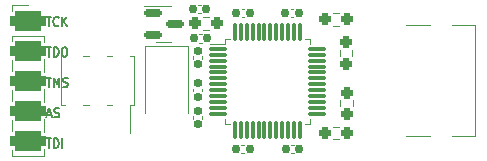
<source format=gto>
G04 #@! TF.GenerationSoftware,KiCad,Pcbnew,(6.0.11-0)*
G04 #@! TF.CreationDate,2023-02-20T23:18:05+08:00*
G04 #@! TF.ProjectId,ublaster_jtag,75626c61-7374-4657-925f-6a7461672e6b,rev?*
G04 #@! TF.SameCoordinates,Original*
G04 #@! TF.FileFunction,Legend,Top*
G04 #@! TF.FilePolarity,Positive*
%FSLAX46Y46*%
G04 Gerber Fmt 4.6, Leading zero omitted, Abs format (unit mm)*
G04 Created by KiCad (PCBNEW (6.0.11-0)) date 2023-02-20 23:18:05*
%MOMM*%
%LPD*%
G01*
G04 APERTURE LIST*
G04 Aperture macros list*
%AMRoundRect*
0 Rectangle with rounded corners*
0 $1 Rounding radius*
0 $2 $3 $4 $5 $6 $7 $8 $9 X,Y pos of 4 corners*
0 Add a 4 corners polygon primitive as box body*
4,1,4,$2,$3,$4,$5,$6,$7,$8,$9,$2,$3,0*
0 Add four circle primitives for the rounded corners*
1,1,$1+$1,$2,$3*
1,1,$1+$1,$4,$5*
1,1,$1+$1,$6,$7*
1,1,$1+$1,$8,$9*
0 Add four rect primitives between the rounded corners*
20,1,$1+$1,$2,$3,$4,$5,0*
20,1,$1+$1,$4,$5,$6,$7,0*
20,1,$1+$1,$6,$7,$8,$9,0*
20,1,$1+$1,$8,$9,$2,$3,0*%
G04 Aperture macros list end*
%ADD10C,0.150000*%
%ADD11C,0.120000*%
%ADD12RoundRect,0.155000X-0.212500X-0.155000X0.212500X-0.155000X0.212500X0.155000X-0.212500X0.155000X0*%
%ADD13RoundRect,0.155000X0.212500X0.155000X-0.212500X0.155000X-0.212500X-0.155000X0.212500X-0.155000X0*%
%ADD14RoundRect,0.237500X-0.250000X-0.237500X0.250000X-0.237500X0.250000X0.237500X-0.250000X0.237500X0*%
%ADD15RoundRect,0.155000X-0.155000X0.212500X-0.155000X-0.212500X0.155000X-0.212500X0.155000X0.212500X0*%
%ADD16C,0.650000*%
%ADD17R,1.450000X0.600000*%
%ADD18R,2.000000X0.300000*%
%ADD19R,2.000000X0.600000*%
%ADD20O,2.100000X1.000000*%
%ADD21O,1.600000X1.000000*%
%ADD22R,2.400000X2.000000*%
%ADD23RoundRect,0.155000X0.155000X-0.212500X0.155000X0.212500X-0.155000X0.212500X-0.155000X-0.212500X0*%
%ADD24RoundRect,0.075000X-0.075000X-0.662500X0.075000X-0.662500X0.075000X0.662500X-0.075000X0.662500X0*%
%ADD25RoundRect,0.075000X-0.662500X-0.075000X0.662500X-0.075000X0.662500X0.075000X-0.662500X0.075000X0*%
%ADD26RoundRect,0.237500X0.237500X-0.250000X0.237500X0.250000X-0.237500X0.250000X-0.237500X-0.250000X0*%
%ADD27RoundRect,0.237500X0.250000X0.237500X-0.250000X0.237500X-0.250000X-0.237500X0.250000X-0.237500X0*%
%ADD28RoundRect,0.425000X-1.075000X-0.425000X1.075000X-0.425000X1.075000X0.425000X-1.075000X0.425000X0*%
%ADD29RoundRect,0.237500X-0.237500X0.250000X-0.237500X-0.250000X0.237500X-0.250000X0.237500X0.250000X0*%
%ADD30RoundRect,0.150000X-0.587500X-0.150000X0.587500X-0.150000X0.587500X0.150000X-0.587500X0.150000X0*%
%ADD31R,1.000000X2.750000*%
G04 APERTURE END LIST*
D10*
X12433433Y-4493704D02*
X12839833Y-4493704D01*
X12636633Y-5293704D02*
X12636633Y-4493704D01*
X13483300Y-5217514D02*
X13449433Y-5255609D01*
X13347833Y-5293704D01*
X13280100Y-5293704D01*
X13178500Y-5255609D01*
X13110766Y-5179419D01*
X13076900Y-5103228D01*
X13043033Y-4950847D01*
X13043033Y-4836561D01*
X13076900Y-4684180D01*
X13110766Y-4607990D01*
X13178500Y-4531800D01*
X13280100Y-4493704D01*
X13347833Y-4493704D01*
X13449433Y-4531800D01*
X13483300Y-4569895D01*
X13788100Y-5293704D02*
X13788100Y-4493704D01*
X14194500Y-5293704D02*
X13889700Y-4836561D01*
X14194500Y-4493704D02*
X13788100Y-4950847D01*
X12433433Y-7069704D02*
X12839833Y-7069704D01*
X12636633Y-7869704D02*
X12636633Y-7069704D01*
X13076900Y-7869704D02*
X13076900Y-7069704D01*
X13246233Y-7069704D01*
X13347833Y-7107800D01*
X13415566Y-7183990D01*
X13449433Y-7260180D01*
X13483300Y-7412561D01*
X13483300Y-7526847D01*
X13449433Y-7679228D01*
X13415566Y-7755419D01*
X13347833Y-7831609D01*
X13246233Y-7869704D01*
X13076900Y-7869704D01*
X13923566Y-7069704D02*
X14059033Y-7069704D01*
X14126766Y-7107800D01*
X14194500Y-7183990D01*
X14228366Y-7336371D01*
X14228366Y-7603038D01*
X14194500Y-7755419D01*
X14126766Y-7831609D01*
X14059033Y-7869704D01*
X13923566Y-7869704D01*
X13855833Y-7831609D01*
X13788100Y-7755419D01*
X13754233Y-7603038D01*
X13754233Y-7336371D01*
X13788100Y-7183990D01*
X13855833Y-7107800D01*
X13923566Y-7069704D01*
X12433433Y-9645704D02*
X12839833Y-9645704D01*
X12636633Y-10445704D02*
X12636633Y-9645704D01*
X13076900Y-10445704D02*
X13076900Y-9645704D01*
X13313966Y-10217133D01*
X13551033Y-9645704D01*
X13551033Y-10445704D01*
X13855833Y-10407609D02*
X13957433Y-10445704D01*
X14126766Y-10445704D01*
X14194500Y-10407609D01*
X14228366Y-10369514D01*
X14262233Y-10293323D01*
X14262233Y-10217133D01*
X14228366Y-10140942D01*
X14194500Y-10102847D01*
X14126766Y-10064752D01*
X13991300Y-10026657D01*
X13923566Y-9988561D01*
X13889700Y-9950466D01*
X13855833Y-9874276D01*
X13855833Y-9798085D01*
X13889700Y-9721895D01*
X13923566Y-9683800D01*
X13991300Y-9645704D01*
X14160633Y-9645704D01*
X14262233Y-9683800D01*
X12501166Y-12793133D02*
X12839833Y-12793133D01*
X12433433Y-13021704D02*
X12670500Y-12221704D01*
X12907566Y-13021704D01*
X13110766Y-12983609D02*
X13212366Y-13021704D01*
X13381700Y-13021704D01*
X13449433Y-12983609D01*
X13483300Y-12945514D01*
X13517166Y-12869323D01*
X13517166Y-12793133D01*
X13483300Y-12716942D01*
X13449433Y-12678847D01*
X13381700Y-12640752D01*
X13246233Y-12602657D01*
X13178500Y-12564561D01*
X13144633Y-12526466D01*
X13110766Y-12450276D01*
X13110766Y-12374085D01*
X13144633Y-12297895D01*
X13178500Y-12259800D01*
X13246233Y-12221704D01*
X13415566Y-12221704D01*
X13517166Y-12259800D01*
X12433433Y-14797704D02*
X12839833Y-14797704D01*
X12636633Y-15597704D02*
X12636633Y-14797704D01*
X13076900Y-15597704D02*
X13076900Y-14797704D01*
X13246233Y-14797704D01*
X13347833Y-14835800D01*
X13415566Y-14911990D01*
X13449433Y-14988180D01*
X13483300Y-15140561D01*
X13483300Y-15254847D01*
X13449433Y-15407228D01*
X13415566Y-15483419D01*
X13347833Y-15559609D01*
X13246233Y-15597704D01*
X13076900Y-15597704D01*
X13788100Y-15597704D02*
X13788100Y-14797704D01*
D11*
G04 #@! TO.C,C11*
X25360365Y-6684600D02*
X25592035Y-6684600D01*
X25360365Y-5964600D02*
X25592035Y-5964600D01*
G04 #@! TO.C,C51*
X33415235Y-15337200D02*
X33183565Y-15337200D01*
X33415235Y-16057200D02*
X33183565Y-16057200D01*
G04 #@! TO.C,R22*
X36702276Y-13828500D02*
X37211724Y-13828500D01*
X36702276Y-14873500D02*
X37211724Y-14873500D01*
G04 #@! TO.C,C49*
X25607600Y-10577565D02*
X25607600Y-10809235D01*
X24887600Y-10577565D02*
X24887600Y-10809235D01*
G04 #@! TO.C,J4*
X48705600Y-14580600D02*
X48705600Y-5180600D01*
X42905600Y-14580600D02*
X44905600Y-14580600D01*
X46805600Y-5180600D02*
X48705600Y-5180600D01*
X46805600Y-14580600D02*
X48705600Y-14580600D01*
X42905600Y-5180600D02*
X44905600Y-5180600D01*
G04 #@! TO.C,Y2*
X24431400Y-12682200D02*
X24431400Y-6932200D01*
X20831400Y-6932200D02*
X20831400Y-12682200D01*
X24431400Y-6932200D02*
X20831400Y-6932200D01*
G04 #@! TO.C,C17*
X25607600Y-13146035D02*
X25607600Y-12914365D01*
X24887600Y-13146035D02*
X24887600Y-12914365D01*
G04 #@! TO.C,U1*
X27555800Y-6796800D02*
X26265800Y-6796800D01*
X27555800Y-13566800D02*
X27555800Y-13116800D01*
X28005800Y-13566800D02*
X27555800Y-13566800D01*
X34775800Y-13566800D02*
X34775800Y-13116800D01*
X27555800Y-6346800D02*
X27555800Y-6796800D01*
X28005800Y-6346800D02*
X27555800Y-6346800D01*
X34775800Y-6346800D02*
X34775800Y-6796800D01*
X34325800Y-13566800D02*
X34775800Y-13566800D01*
X34325800Y-6346800D02*
X34775800Y-6346800D01*
G04 #@! TO.C,R19*
X38393900Y-12091124D02*
X38393900Y-11581676D01*
X37348900Y-12091124D02*
X37348900Y-11581676D01*
G04 #@! TO.C,C48*
X33132765Y-4551000D02*
X33364435Y-4551000D01*
X33132765Y-3831000D02*
X33364435Y-3831000D01*
G04 #@! TO.C,R23*
X26238924Y-4532100D02*
X25729476Y-4532100D01*
X26238924Y-5577100D02*
X25729476Y-5577100D01*
G04 #@! TO.C,J3*
X12226600Y-6101000D02*
X12226600Y-16321000D01*
X9566600Y-6101000D02*
X9566600Y-16321000D01*
X9566600Y-3501000D02*
X10896600Y-3501000D01*
X9566600Y-6101000D02*
X12226600Y-6101000D01*
X9566600Y-16321000D02*
X12226600Y-16321000D01*
X9566600Y-4831000D02*
X9566600Y-3501000D01*
G04 #@! TO.C,C50*
X28967165Y-16057200D02*
X29198835Y-16057200D01*
X28967165Y-15337200D02*
X29198835Y-15337200D01*
G04 #@! TO.C,C16*
X24887600Y-7808965D02*
X24887600Y-8040635D01*
X25607600Y-7808965D02*
X25607600Y-8040635D01*
G04 #@! TO.C,R24*
X37323500Y-7289076D02*
X37323500Y-7798524D01*
X38368500Y-7289076D02*
X38368500Y-7798524D01*
G04 #@! TO.C,C5*
X25541235Y-3475400D02*
X25309565Y-3475400D01*
X25541235Y-4195400D02*
X25309565Y-4195400D01*
G04 #@! TO.C,C52*
X29224235Y-4525600D02*
X28992565Y-4525600D01*
X29224235Y-3805600D02*
X28992565Y-3805600D01*
G04 #@! TO.C,U6*
X22377400Y-6665400D02*
X23027400Y-6665400D01*
X22377400Y-3545400D02*
X23027400Y-3545400D01*
X22377400Y-3545400D02*
X20702400Y-3545400D01*
X22377400Y-6665400D02*
X21727400Y-6665400D01*
G04 #@! TO.C,R20*
X36702276Y-4201900D02*
X37211724Y-4201900D01*
X36702276Y-5246900D02*
X37211724Y-5246900D01*
G04 #@! TO.C,J8*
X19849400Y-7820600D02*
X19849400Y-11940600D01*
X19849400Y-7820600D02*
X19549400Y-7820600D01*
X19549400Y-11940600D02*
X19549400Y-14320600D01*
X16029400Y-11940600D02*
X15549400Y-11940600D01*
X19849400Y-11940600D02*
X19549400Y-11940600D01*
X13729400Y-7820600D02*
X13729400Y-11940600D01*
X16029400Y-7820600D02*
X15549400Y-7820600D01*
X14029400Y-7820600D02*
X13729400Y-7820600D01*
X18029400Y-7820600D02*
X17549400Y-7820600D01*
X14029400Y-11940600D02*
X13729400Y-11940600D01*
X18029400Y-11940600D02*
X17549400Y-11940600D01*
G04 #@! TD*
%LPC*%
D12*
G04 #@! TO.C,C11*
X24908700Y-6324600D03*
X26043700Y-6324600D03*
G04 #@! TD*
D13*
G04 #@! TO.C,C51*
X32731900Y-15697200D03*
X33866900Y-15697200D03*
G04 #@! TD*
D14*
G04 #@! TO.C,R22*
X36044500Y-14351000D03*
X37869500Y-14351000D03*
G04 #@! TD*
D15*
G04 #@! TO.C,C49*
X25247600Y-10125900D03*
X25247600Y-11260900D03*
G04 #@! TD*
D16*
G04 #@! TO.C,J4*
X42205600Y-6990600D03*
X42205600Y-12770600D03*
D17*
X40760600Y-13130600D03*
X40760600Y-12330600D03*
D18*
X40760600Y-11130600D03*
X40760600Y-10130600D03*
X40760600Y-9630600D03*
X40760600Y-8630600D03*
D17*
X40760600Y-7430600D03*
D19*
X40760600Y-6630600D03*
X40760600Y-6630600D03*
X40760600Y-7430600D03*
D18*
X40760600Y-8130600D03*
X40760600Y-9130600D03*
X40760600Y-10630600D03*
X40760600Y-11630600D03*
D19*
X40760600Y-12330600D03*
X40760600Y-13130600D03*
D20*
X41675600Y-14200600D03*
D21*
X45855600Y-14200600D03*
D20*
X41675600Y-5560600D03*
D21*
X45855600Y-5560600D03*
G04 #@! TD*
D22*
G04 #@! TO.C,Y2*
X22631400Y-8132200D03*
X22631400Y-11832200D03*
G04 #@! TD*
D23*
G04 #@! TO.C,C17*
X25247600Y-13597700D03*
X25247600Y-12462700D03*
G04 #@! TD*
D24*
G04 #@! TO.C,U1*
X28415800Y-5794300D03*
X28915800Y-5794300D03*
X29415800Y-5794300D03*
X29915800Y-5794300D03*
X30415800Y-5794300D03*
X30915800Y-5794300D03*
X31415800Y-5794300D03*
X31915800Y-5794300D03*
X32415800Y-5794300D03*
X32915800Y-5794300D03*
X33415800Y-5794300D03*
X33915800Y-5794300D03*
D25*
X35328300Y-7206800D03*
X35328300Y-7706800D03*
X35328300Y-8206800D03*
X35328300Y-8706800D03*
X35328300Y-9206800D03*
X35328300Y-9706800D03*
X35328300Y-10206800D03*
X35328300Y-10706800D03*
X35328300Y-11206800D03*
X35328300Y-11706800D03*
X35328300Y-12206800D03*
X35328300Y-12706800D03*
D24*
X33915800Y-14119300D03*
X33415800Y-14119300D03*
X32915800Y-14119300D03*
X32415800Y-14119300D03*
X31915800Y-14119300D03*
X31415800Y-14119300D03*
X30915800Y-14119300D03*
X30415800Y-14119300D03*
X29915800Y-14119300D03*
X29415800Y-14119300D03*
X28915800Y-14119300D03*
X28415800Y-14119300D03*
D25*
X27003300Y-12706800D03*
X27003300Y-12206800D03*
X27003300Y-11706800D03*
X27003300Y-11206800D03*
X27003300Y-10706800D03*
X27003300Y-10206800D03*
X27003300Y-9706800D03*
X27003300Y-9206800D03*
X27003300Y-8706800D03*
X27003300Y-8206800D03*
X27003300Y-7706800D03*
X27003300Y-7206800D03*
G04 #@! TD*
D26*
G04 #@! TO.C,R19*
X37871400Y-12748900D03*
X37871400Y-10923900D03*
G04 #@! TD*
D12*
G04 #@! TO.C,C48*
X32681100Y-4191000D03*
X33816100Y-4191000D03*
G04 #@! TD*
D27*
G04 #@! TO.C,R23*
X26896700Y-5054600D03*
X25071700Y-5054600D03*
G04 #@! TD*
D28*
G04 #@! TO.C,J3*
X10896600Y-4831000D03*
X10896600Y-7371000D03*
X10896600Y-9911000D03*
X10896600Y-12451000D03*
X10896600Y-14991000D03*
G04 #@! TD*
D12*
G04 #@! TO.C,C50*
X28515500Y-15697200D03*
X29650500Y-15697200D03*
G04 #@! TD*
D15*
G04 #@! TO.C,C16*
X25247600Y-7357300D03*
X25247600Y-8492300D03*
G04 #@! TD*
D29*
G04 #@! TO.C,R24*
X37846000Y-6631300D03*
X37846000Y-8456300D03*
G04 #@! TD*
D13*
G04 #@! TO.C,C5*
X25992900Y-3835400D03*
X24857900Y-3835400D03*
G04 #@! TD*
G04 #@! TO.C,C52*
X29675900Y-4165600D03*
X28540900Y-4165600D03*
G04 #@! TD*
D30*
G04 #@! TO.C,U6*
X21439900Y-4155400D03*
X21439900Y-6055400D03*
X23314900Y-5105400D03*
G04 #@! TD*
D14*
G04 #@! TO.C,R20*
X36044500Y-4724400D03*
X37869500Y-4724400D03*
G04 #@! TD*
D31*
G04 #@! TO.C,J8*
X18789400Y-13005600D03*
X18789400Y-6755600D03*
X16789400Y-13005600D03*
X16789400Y-6755600D03*
X14789400Y-13005600D03*
X14789400Y-6755600D03*
G04 #@! TD*
M02*

</source>
